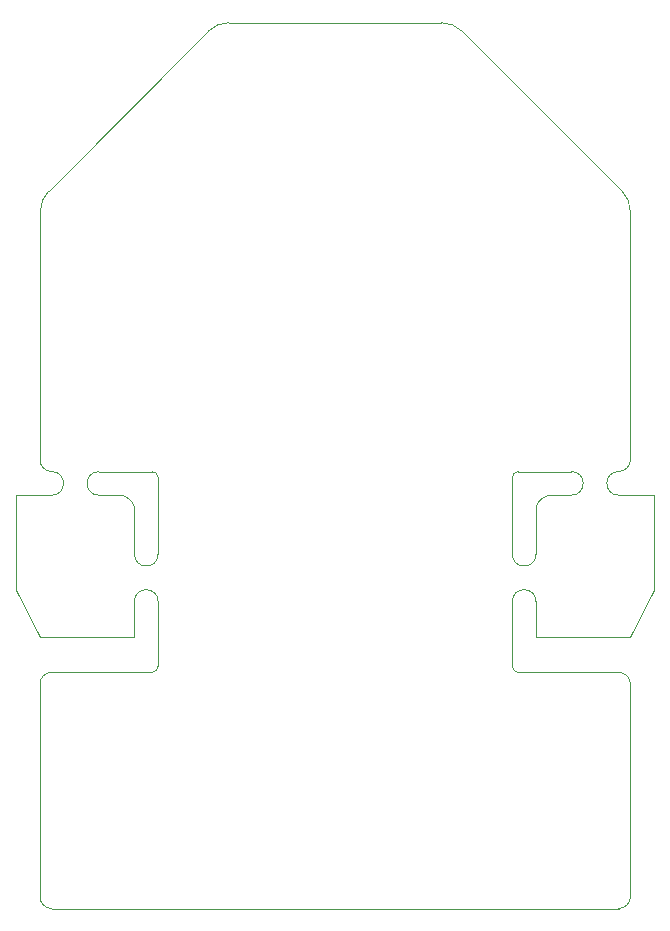
<source format=gbr>
G04 #@! TF.GenerationSoftware,KiCad,Pcbnew,5.1.7-a382d34a8~87~ubuntu18.04.1*
G04 #@! TF.CreationDate,2020-11-02T17:14:04+01:00*
G04 #@! TF.ProjectId,synermycha-electronics,73796e65-726d-4796-9368-612d656c6563,rev?*
G04 #@! TF.SameCoordinates,Original*
G04 #@! TF.FileFunction,Profile,NP*
%FSLAX46Y46*%
G04 Gerber Fmt 4.6, Leading zero omitted, Abs format (unit mm)*
G04 Created by KiCad (PCBNEW 5.1.7-a382d34a8~87~ubuntu18.04.1) date 2020-11-02 17:14:04*
%MOMM*%
%LPD*%
G01*
G04 APERTURE LIST*
G04 #@! TA.AperFunction,Profile*
%ADD10C,0.050000*%
G04 #@! TD*
G04 APERTURE END LIST*
D10*
X25000000Y-145000000D02*
G75*
G02*
X25000000Y-143000000I0J1000000D01*
G01*
X21000000Y-143000000D02*
G75*
G02*
X21000000Y-145000000I0J-1000000D01*
G01*
X28000000Y-154000000D02*
G75*
G02*
X30000000Y-154000000I1000000J0D01*
G01*
X30000000Y-150000000D02*
G75*
G02*
X28000000Y-150000000I-1000000J0D01*
G01*
X62000000Y-150000000D02*
G75*
G02*
X60000000Y-150000000I-1000000J0D01*
G01*
X60000000Y-154000000D02*
G75*
G02*
X62000000Y-154000000I1000000J0D01*
G01*
X65000000Y-143000000D02*
G75*
G02*
X65000000Y-145000000I0J-1000000D01*
G01*
X69000000Y-145000000D02*
G75*
G02*
X69000000Y-143000000I0J1000000D01*
G01*
X62000000Y-157000000D02*
X62000000Y-154000000D01*
X60000000Y-154000000D02*
X60000000Y-159500000D01*
X60000000Y-143500000D02*
X60000000Y-150000000D01*
X65000000Y-143000000D02*
X60500000Y-143000000D01*
X69000000Y-145000000D02*
X72000000Y-145000000D01*
X62000000Y-146015390D02*
X62000000Y-150000000D01*
X65000000Y-145000000D02*
X63346134Y-145000000D01*
X21000000Y-145000000D02*
X18000000Y-145000000D01*
X26653866Y-145000000D02*
X25000000Y-145000000D01*
X29500000Y-143000000D02*
X25000000Y-143000000D01*
X30000000Y-143500000D02*
X30000000Y-150000000D01*
X30000000Y-159500000D02*
X30000000Y-154000000D01*
X28000000Y-154000000D02*
X28000000Y-157000000D01*
X28000000Y-146015390D02*
X28000000Y-150000000D01*
X62000000Y-146015390D02*
G75*
G02*
X63346134Y-145000000I1346134J-384610D01*
G01*
X62100000Y-157000000D02*
X70000000Y-157000000D01*
X72000000Y-153000000D02*
X72000000Y-145000000D01*
X18000000Y-153000000D02*
X18000000Y-145000000D01*
X28000000Y-157000000D02*
X27900000Y-157000000D01*
X28000000Y-146015390D02*
G75*
G03*
X26653866Y-145000000I-1346134J-384610D01*
G01*
X70000000Y-157000000D02*
X72000000Y-153000000D01*
X27900000Y-157000000D02*
X20000000Y-157000000D01*
X20000000Y-157000000D02*
X18000000Y-153000000D01*
X62100000Y-157000000D02*
X62000000Y-157000000D01*
X54000000Y-105000000D02*
G75*
G02*
X55767767Y-105732233I0J-2500000D01*
G01*
X69267767Y-119232233D02*
G75*
G02*
X70000000Y-121000000I-1767767J-1767767D01*
G01*
X34232233Y-105732233D02*
G75*
G02*
X36000000Y-105000000I1767767J-1767767D01*
G01*
X20025128Y-121000000D02*
G75*
G02*
X20750001Y-119250001I2474872J0D01*
G01*
X70000000Y-142000000D02*
G75*
G02*
X69000000Y-143000000I-1000000J0D01*
G01*
X60000000Y-143500000D02*
G75*
G02*
X60500000Y-143000000I500000J0D01*
G01*
X60500000Y-160000000D02*
G75*
G02*
X60000000Y-159500000I0J500000D01*
G01*
X69000000Y-160000000D02*
G75*
G02*
X70000000Y-161000000I0J-1000000D01*
G01*
X70000000Y-179000000D02*
G75*
G02*
X69000000Y-180000000I-1000000J0D01*
G01*
X21000000Y-180000000D02*
G75*
G02*
X20000000Y-179000000I0J1000000D01*
G01*
X20000000Y-161000000D02*
G75*
G02*
X21000000Y-160000000I1000000J0D01*
G01*
X30000000Y-159500000D02*
G75*
G02*
X29500000Y-160000000I-500000J0D01*
G01*
X21000000Y-143000000D02*
G75*
G02*
X20000000Y-142000000I0J1000000D01*
G01*
X29500000Y-143000000D02*
G75*
G02*
X30000000Y-143500000I0J-500000D01*
G01*
X60500000Y-160000000D02*
X60500000Y-160000000D01*
X20000000Y-161000000D02*
X20000000Y-165000000D01*
X29500000Y-160000000D02*
X21000000Y-160000000D01*
X70000000Y-161000000D02*
X70000000Y-165000000D01*
X60500000Y-160000000D02*
X69000000Y-160000000D01*
X70000000Y-142000000D02*
X70000000Y-140000000D01*
X20000000Y-140000000D02*
X20000000Y-142000000D01*
X55767767Y-105732233D02*
X69267767Y-119232233D01*
X70000000Y-165000000D02*
X70000000Y-179000000D01*
X70000000Y-121000000D02*
X70000000Y-140000000D01*
X20000000Y-140000000D02*
X20025128Y-121000000D01*
X20000000Y-179000000D02*
X20000000Y-165000000D01*
X69000000Y-180000000D02*
X21000000Y-180000000D01*
X36000000Y-105000000D02*
X54000000Y-105000000D01*
X20750001Y-119250001D02*
X34232233Y-105732233D01*
M02*

</source>
